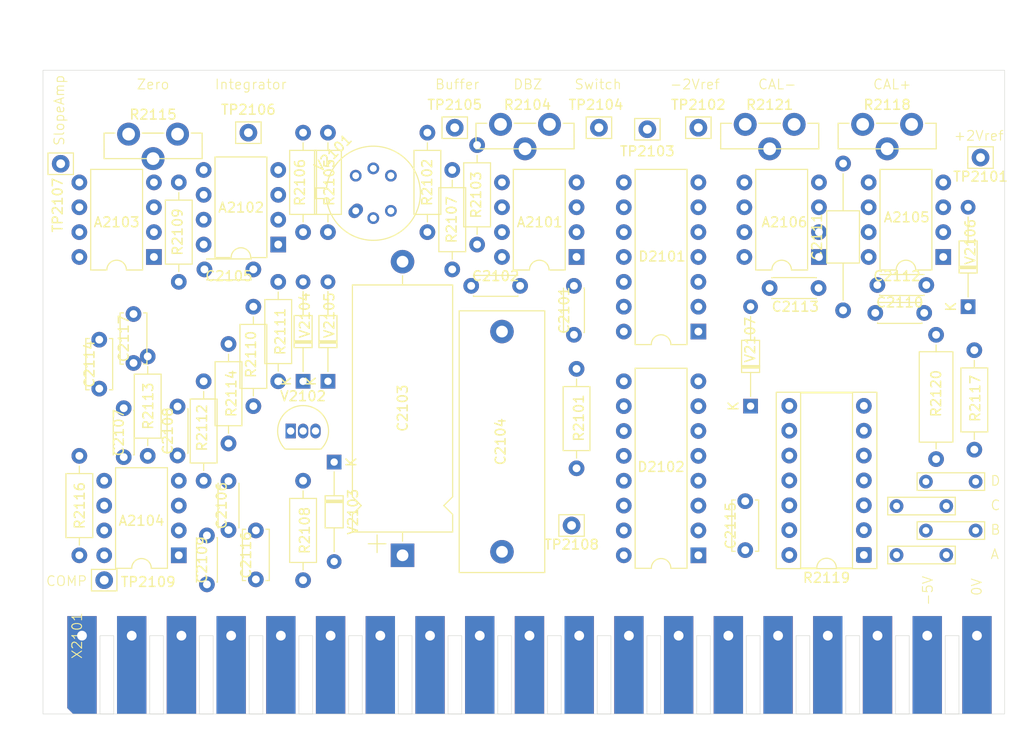
<source format=kicad_pcb>
(kicad_pcb (version 20241229) (generator "pcbnew") (generator_version "9.0")
  (title_block (title "Philips PM2528 - N21 (ADC Analog)") (date "2025-08-06") (rev "1.0") (company "D. Kupers"))
  (layers (0 "F.Cu" signal) (2 "B.Cu" signal) (5 "F.SilkS" user "F.Silkscreen") (7 "B.SilkS" user "B.Silkscreen") (1 "F.Mask" user) (3 "B.Mask" user) (25 "Edge.Cuts" user))
  (net 0 "")
  (net 1 "Net-(A2102-C{slash}B)")
  (net 2 "-15V")
  (net 3 "Net-(A2102-BAL)")
  (net 5 "Net-(A2102-+)")
  (net 6 "Net-(A2102--)")
  (net 7 "-5V")
  (net 8 "Net-(JP2101-A)")
  (net 9 "Net-(JP2102-B)")
  (net 10 "+15V")
  (net 12 "Net-(A2105--)")
  (net 13 "Net-(V2106-A)")
  (net 15 "Net-(A2105-~{DISABLE})")
  (net 16 "Net-(A2105-+)")
  (net 17 "Net-(A2105-LOGIC_REFERENCE)")
  (net 18 "Net-(V2107-A)")
  (net 19 "Net-(A2106-LOGIC_REFERENCE)")
  (net 21 "Net-(A2106-+)")
  (net 22 "Net-(A2106-~{DISABLE})")
  (net 23 "Net-(C2111-Pad1)")
  (net 24 "Net-(D2101-Pad1)")
  (net 25 "Net-(A2101-+)")
  (net 26 "/xAZ")
  (net 27 "/xDN-")
  (net 28 "GND3")
  (net 29 "GND4")
  (net 30 "/xDN+")
  (net 31 "/xUP")
  (net 32 "+5V")
  (net 35 "Net-(JP2104-A)")
  (net 37 "Net-(V2107-K)")
  (net 38 "Net-(A2101--)")
  (net 39 "Net-(A2103-Pad6)")
  (net 40 "Net-(V2102-D)")
  (net 41 "Net-(V2102-G)")
  (net 42 "Net-(V2101-2G)")
  (net 47 "Net-(A2104-+)")
  (net 48 "Net-(A2104--)")
  (net 49 "Net-(A2104-BAL)")
  (net 50 "Net-(R2120-Pad2)")
  (net 51 "Net-(R2103-Pad1)")
  (net 52 "Net-(JP2104-B)")
  (net 53 "Net-(R2114-Pad2)")
  (net 57 "Net-(V2101-1G)")
  (net 58 "Net-(V2101-1D)")
  (net 59 "Net-(A2103--)")
  (net 63 "/+2VRef")
  (net 64 "/UP")
  (net 65 "/AZ")
  (net 66 "/DN-")
  (net 67 "/DN+")
  (net 68 "/INPUT")
  (net 69 "/COMP")
  (net 70 "Net-(JP2103-B)")
  (net 71 "Net-(JP2101-B)")
  (net 72 "Net-(A2102-Pad6)")
  (footprint "Resistor_THT:R_Axial_DIN0207_L6.3mm_D2.5mm_P10.16mm_Horizontal" (layer "F.Cu") (at 131.826 80.01 90)
    (property "Reference" "R2106" (at 5.08 -0.326 90) (layer "F.SilkS"))
    (property "Value" "21M1")
    (pad "1" thru_hole circle (at 0 0 90) (size 1.6 1.6) (drill 0.8) (layers "*.Cu" "*.Mask") (net 5 "Net-(A2102-+)"))
    (pad "2" thru_hole oval (at 10.16 0 90) (size 1.6 1.6) (drill 0.8) (layers "*.Cu" "*.Mask") (net 2 "-15V"))
  )
  (footprint "Resistor_THT:R_Axial_DIN0207_L6.3mm_D2.5mm_P10.16mm_Horizontal" (layer "F.Cu") (at 134.366 80.01 90)
    (property "Reference" "R2105" (at 5.08 0.134 90) (layer "F.SilkS"))
    (property "Value" "21M1")
    (pad "1" thru_hole circle (at 0 0 90) (size 1.6 1.6) (drill 0.8) (layers "*.Cu" "*.Mask") (net 6 "Net-(A2102--)"))
    (pad "2" thru_hole oval (at 10.16 0 90) (size 1.6 1.6) (drill 0.8) (layers "*.Cu" "*.Mask") (net 2 "-15V"))
  )
  (footprint "Diode_THT:D_DO-34_SOD68_P10.16mm_Horizontal" (layer "F.Cu") (at 135.001 103.505 -90)
    (property "Reference" "V2103" (at 5.08 -1.92 90) (layer "F.SilkS"))
    (property "Value" "BAW62")
    (fp_text user "K" (at 0 -1.75 90) (layer "F.SilkS"))
    (pad "1" thru_hole rect (at 0 0 270) (size 1.5 1.5) (drill 0.75) (layers "*.Cu" "*.Mask") (net 26 "/xAZ"))
    (pad "2" thru_hole oval (at 10.16 0 270) (size 1.5 1.5) (drill 0.75) (layers "*.Cu" "*.Mask") (net 41 "Net-(V2102-G)"))
  )
  (footprint "Connector_Pin:Pin_D0.9mm_L10.0mm_W2.4mm_FlatFork" (layer "F.Cu") (at 111.506 115.57)
    (property "Reference" "TP2109" (at 4.494 0.18 0) (layer "F.SilkS"))
    (property "Value" "Comp")
    (pad "1" thru_hole circle (at 0 0) (size 1.8 1.8) (drill 0.9) (layers "*.Cu" "*.Mask") (net 69 "/COMP"))
  )
  (footprint "Package_DIP:DIP-14_W7.62mm" (layer "F.Cu") (at 172.212 90.17 180)
    (property "Reference" "D2101" (at 3.712 7.67 0) (layer "F.SilkS"))
    (property "Value" "HEF4066")
    (pad "1" thru_hole rect (at 0 0 180) (size 1.6 1.6) (drill 0.8) (layers "*.Cu" "*.Mask") (net 24 "Net-(D2101-Pad1)"))
    (pad "2" thru_hole oval (at 0 2.54 180) (size 1.6 1.6) (drill 0.8) (layers "*.Cu" "*.Mask") (net 25 "Net-(A2101-+)"))
    (pad "3" thru_hole oval (at 0 5.08 180) (size 1.6 1.6) (drill 0.8) (layers "*.Cu" "*.Mask") (net 25 "Net-(A2101-+)"))
    (pad "4" thru_hole oval (at 0 7.62 180) (size 1.6 1.6) (drill 0.8) (layers "*.Cu" "*.Mask") (net 28 "GND3"))
    (pad "5" thru_hole oval (at 0 10.16 180) (size 1.6 1.6) (drill 0.8) (layers "*.Cu" "*.Mask") (net 26 "/xAZ"))
    (pad "6" thru_hole oval (at 0 12.7 180) (size 1.6 1.6) (drill 0.8) (layers "*.Cu" "*.Mask") (net 27 "/xDN-"))
    (pad "7" thru_hole oval (at 0 15.24 180) (size 1.6 1.6) (drill 0.8) (layers "*.Cu" "*.Mask") (net 7 "-5V"))
    (pad "8" thru_hole oval (at 7.62 15.24 180) (size 1.6 1.6) (drill 0.8) (layers "*.Cu" "*.Mask") (net 23 "Net-(C2111-Pad1)"))
    (pad "9" thru_hole oval (at 7.62 12.7 180) (size 1.6 1.6) (drill 0.8) (layers "*.Cu" "*.Mask") (net 25 "Net-(A2101-+)"))
    (pad "10" thru_hole oval (at 7.62 10.16 180) (size 1.6 1.6) (drill 0.8) (layers "*.Cu" "*.Mask") (net 25 "Net-(A2101-+)"))
    (pad "11" thru_hole oval (at 7.62 7.62 180) (size 1.6 1.6) (drill 0.8) (layers "*.Cu" "*.Mask") (net 63 "/+2VRef"))
    (pad "12" thru_hole oval (at 7.62 5.08 180) (size 1.6 1.6) (drill 0.8) (layers "*.Cu" "*.Mask") (net 30 "/xDN+"))
    (pad "13" thru_hole oval (at 7.62 2.54 180) (size 1.6 1.6) (drill 0.8) (layers "*.Cu" "*.Mask") (net 31 "/xUP"))
    (pad "14" thru_hole oval (at 7.62 0 180) (size 1.6 1.6) (drill 0.8) (layers "*.Cu" "*.Mask") (net 29 "GND4"))
  )
  (footprint "Capacitor_THT:C_Disc_D5.0mm_W2.5mm_P5.00mm" (layer "F.Cu") (at 114.5 93.38 90)
    (property "Reference" "C2117" (at 2.5 -1 90) (layer "F.SilkS"))
    (property "Value" "6u8/25V")
    (pad "1" thru_hole circle (at 0 0 90) (size 1.6 1.6) (drill 0.8) (layers "*.Cu" "*.Mask") (net 29 "GND4"))
    (pad "2" thru_hole circle (at 5 0 90) (size 1.6 1.6) (drill 0.8) (layers "*.Cu" "*.Mask") (net 2 "-15V"))
  )
  (footprint "Connector_Pin:Pin_D0.9mm_L10.0mm_W2.4mm_FlatFork" (layer "F.Cu") (at 159.258 109.982)
    (property "Reference" "TP2108" (at 0 1.95 0) (layer "F.SilkS"))
    (property "Value" "Input")
    (pad "1" thru_hole circle (at 0 0) (size 1.8 1.8) (drill 0.9) (layers "*.Cu" "*.Mask") (net 68 "/INPUT"))
  )
  (footprint "Capacitor_THT:CP_Axial_L25.0mm_D10.0mm_P30.00mm_Horizontal" (layer "F.Cu") (at 141.986 113.03 90)
    (property "Reference" "C2103" (at 15.03 0.014 90) (layer "F.SilkS"))
    (property "Value" "162n/100V")
    (pad "1" thru_hole rect (at 0 0 90) (size 2.4 2.4) (drill 1.2) (layers "*.Cu" "*.Mask") (net 72 "Net-(A2102-Pad6)"))
    (pad "2" thru_hole oval (at 30 0 90) (size 2.4 2.4) (drill 1.2) (layers "*.Cu" "*.Mask") (net 57 "Net-(V2101-1G)"))
  )
  (footprint "Connector_Pin:Pin_D0.9mm_L10.0mm_W2.4mm_FlatFork" (layer "F.Cu") (at 201.041 72.39)
    (property "Reference" "TP2101" (at 0 1.95 0) (layer "F.SilkS"))
    (property "Value" "+2Vref")
    (pad "1" thru_hole circle (at 0 0) (size 1.8 1.8) (drill 0.9) (layers "*.Cu" "*.Mask") (net 63 "/+2VRef"))
  )
  (footprint "Capacitor_THT:C_Disc_D4.3mm_W1.9mm_P5.00mm" (layer "F.Cu") (at 119 102.83 90)
    (property "Reference" "C2108" (at 2.5 -1 90) (layer "F.SilkS"))
    (property "Value" "22n/63V")
    (pad "1" thru_hole circle (at 0 0 90) (size 1.6 1.6) (drill 0.8) (layers "*.Cu" "*.Mask") (net 29 "GND4"))
    (pad "2" thru_hole circle (at 5 0 90) (size 1.6 1.6) (drill 0.8) (layers "*.Cu" "*.Mask") (net 2 "-15V"))
  )
  (footprint "Capacitor_THT:C_Disc_D4.3mm_W1.9mm_P5.00mm" (layer "F.Cu") (at 113.5 103 90)
    (property "Reference" "C2107" (at 2.5 -0.5 90) (layer "F.SilkS"))
    (property "Value" "22n/63V")
    (pad "1" thru_hole circle (at 0 0 90) (size 1.6 1.6) (drill 0.8) (layers "*.Cu" "*.Mask") (net 10 "+15V"))
    (pad "2" thru_hole circle (at 5 0 90) (size 1.6 1.6) (drill 0.8) (layers "*.Cu" "*.Mask") (net 29 "GND4"))
  )
  (footprint "Capacitor_THT:C_Disc_D5.0mm_W2.5mm_P5.00mm" (layer "F.Cu") (at 177 112.5 90)
    (property "Reference" "C2115" (at 2.5 -1.5 90) (layer "F.SilkS"))
    (property "Value" "22u/10V")
    (pad "1" thru_hole circle (at 0 0 90) (size 1.6 1.6) (drill 0.8) (layers "*.Cu" "*.Mask") (net 32 "+5V"))
    (pad "2" thru_hole circle (at 5 0 90) (size 1.6 1.6) (drill 0.8) (layers "*.Cu" "*.Mask") (net 29 "GND4"))
  )
  (footprint "Resistor_THT:R_Axial_DIN0207_L6.3mm_D2.5mm_P10.16mm_Horizontal" (layer "F.Cu") (at 129.286 95.25 90)
    (property "Reference" "R2111" (at 5.08 0.214 90) (layer "F.SilkS"))
    (property "Value" "5k90")
    (pad "1" thru_hole circle (at 0 0 90) (size 1.6 1.6) (drill 0.8) (layers "*.Cu" "*.Mask") (net 40 "Net-(V2102-D)"))
    (pad "2" thru_hole oval (at 10.16 0 90) (size 1.6 1.6) (drill 0.8) (layers "*.Cu" "*.Mask") (net 39 "Net-(A2103-Pad6)"))
  )
  (footprint "Package_DIP:DIP-16_W7.62mm" (layer "F.Cu") (at 172.212 113.03 180)
    (property "Reference" "D2102" (at 3.81 9.03 0) (layer "F.SilkS"))
    (property "Value" "HEF4104")
    (pad "1" thru_hole rect (at 0 0 180) (size 1.6 1.6) (drill 0.8) (layers "*.Cu" "*.Mask") (net 32 "+5V"))
    (pad "2" thru_hole oval (at 0 2.54 180) (size 1.6 1.6) (drill 0.8) (layers "*.Cu" "*.Mask"))
    (pad "3" thru_hole oval (at 0 5.08 180) (size 1.6 1.6) (drill 0.8) (layers "*.Cu" "*.Mask") (net 27 "/xDN-"))
    (pad "4" thru_hole oval (at 0 7.62 180) (size 1.6 1.6) (drill 0.8) (layers "*.Cu" "*.Mask") (net 66 "/DN-"))
    (pad "5" thru_hole oval (at 0 10.16 180) (size 1.6 1.6) (drill 0.8) (layers "*.Cu" "*.Mask") (net 65 "/AZ"))
    (pad "6" thru_hole oval (at 0 12.7 180) (size 1.6 1.6) (drill 0.8) (layers "*.Cu" "*.Mask") (net 26 "/xAZ"))
    (pad "7" thru_hole oval (at 0 15.24 180) (size 1.6 1.6) (drill 0.8) (layers "*.Cu" "*.Mask"))
    (pad "8" thru_hole oval (at 0 17.78 180) (size 1.6 1.6) (drill 0.8) (layers "*.Cu" "*.Mask") (net 7 "-5V"))
    (pad "9" thru_hole oval (at 7.62 17.78 180) (size 1.6 1.6) (drill 0.8) (layers "*.Cu" "*.Mask"))
    (pad "10" thru_hole oval (at 7.62 15.24 180) (size 1.6 1.6) (drill 0.8) (layers "*.Cu" "*.Mask") (net 31 "/xUP"))
    (pad "11" thru_hole oval (at 7.62 12.7 180) (size 1.6 1.6) (drill 0.8) (layers "*.Cu" "*.Mask") (net 64 "/UP"))
    (pad "12" thru_hole oval (at 7.62 10.16 180) (size 1.6 1.6) (drill 0.8) (layers "*.Cu" "*.Mask") (net 67 "/DN+"))
    (pad "13" thru_hole oval (at 7.62 7.62 180) (size 1.6 1.6) (drill 0.8) (layers "*.Cu" "*.Mask") (net 30 "/xDN+"))
    (pad "14" thru_hole oval (at 7.62 5.08 180) (size 1.6 1.6) (drill 0.8) (layers "*.Cu" "*.Mask"))
    (pad "15" thru_hole oval (at 7.62 2.54 180) (size 1.6 1.6) (drill 0.8) (layers "*.Cu" "*.Mask") (net 28 "GND3"))
    (pad "16" thru_hole oval (at 7.62 0 180) (size 1.6 1.6) (drill 0.8) (layers "*.Cu" "*.Mask") (net 28 "GND3"))
  )
  (footprint "Capacitor_THT:C_Disc_D4.3mm_W1.9mm_P5.00mm" (layer "F.Cu") (at 179.491 85.725)
    (property "Reference" "C2113" (at 2.627 1.905 0) (layer "F.SilkS"))
    (property "Value" "33p/100V")
    (pad "1" thru_hole circle (at 0 0) (size 1.6 1.6) (drill 0.8) (layers "*.Cu" "*.Mask") (net 22 "Net-(A2106-~{DISABLE})"))
    (pad "2" thru_hole circle (at 5 0) (size 1.6 1.6) (drill 0.8) (layers "*.Cu" "*.Mask") (net 19 "Net-(A2106-LOGIC_REFERENCE)"))
  )
  (footprint "Connector_Pin:Pin_D0.9mm_L10.0mm_W2.4mm_FlatFork" (layer "F.Cu") (at 172.212 69.342)
    (property "Reference" "TP2102" (at 0 -2.342 0) (layer "F.SilkS"))
    (property "Value" "-2Vref")
    (pad "1" thru_hole circle (at 0 0) (size 1.8 1.8) (drill 0.9) (layers "*.Cu" "*.Mask") (net 23 "Net-(C2111-Pad1)"))
  )
  (footprint "PM2528:Trimmer vertical" (layer "F.Cu") (at 119 70 -90)
    (property "Reference" "R2115" (at -2 2.5 0) (layer "F.SilkS"))
    (property "Value" "47k")
    (pad "1" thru_hole circle (at 0 0 270) (size 2.34 2.34) (drill 1.3) (layers "*.Cu" "*.Mask") (net 10 "+15V"))
    (pad "2" thru_hole circle (at 2.5 2.5 270) (size 2.34 2.34) (drill 1.3) (layers "*.Cu" "*.Mask") (net 53 "Net-(R2114-Pad2)"))
    (pad "3" thru_hole circle (at 0 5 270) (size 2.34 2.34) (drill 1.3) (layers "*.Cu" "*.Mask") (net 2 "-15V"))
  )
  (footprint "Resistor_THT:R_Axial_DIN0207_L6.3mm_D2.5mm_P10.16mm_Horizontal" (layer "F.Cu") (at 119.126 85.09 90)
    (property "Reference" "R2109" (at 5.09 -0.126 90) (layer "F.SilkS"))
    (property "Value" "5k9")
    (pad "1" thru_hole circle (at 0 0 90) (size 1.6 1.6) (drill 0.8) (layers "*.Cu" "*.Mask") (net 72 "Net-(A2102-Pad6)"))
    (pad "2" thru_hole oval (at 10.16 0 90) (size 1.6 1.6) (drill 0.8) (layers "*.Cu" "*.Mask") (net 59 "Net-(A2103--)"))
  )
  (footprint "Resistor_THT:R_Axial_DIN0207_L6.3mm_D2.5mm_P10.16mm_Horizontal" (layer "F.Cu") (at 108.966 113.03 90)
    (property "Reference" "R2116" (at 5.08 0.034 90) (layer "F.SilkS"))
    (property "Value" "1k05")
    (pad "1" thru_hole circle (at 0 0 90) (size 1.6 1.6) (drill 0.8) (layers "*.Cu" "*.Mask") (net 29 "GND4"))
    (pad "2" thru_hole oval (at 10.16 0 90) (size 1.6 1.6) (drill 0.8) (layers "*.Cu" "*.Mask") (net 69 "/COMP"))
  )
  (footprint "Resistor_THT:R_Axial_DIN0207_L6.3mm_D2.5mm_P10.16mm_Horizontal" (layer "F.Cu") (at 124.206 101.6 90)
    (property "Reference" "R2114" (at 5.1 0.294 90) (layer "F.SilkS"))
    (property "Value" "442k")
    (pad "1" thru_hole circle (at 0 0 90) (size 1.6 1.6) (drill 0.8) (layers "*.Cu" "*.Mask") (net 47 "Net-(A2104-+)"))
    (pad "2" thru_hole oval (at 10.16 0 90) (size 1.6 1.6) (drill 0.8) (layers "*.Cu" "*.Mask") (net 53 "Net-(R2114-Pad2)"))
  )
  (footprint "Connector_Pin:Pin_D0.9mm_L10.0mm_W2.4mm_FlatFork" (layer "F.Cu") (at 107.061 73.025)
    (property "Reference" "TP2107" (at -0.311 4.225 90) (layer "F.SilkS"))
    (property "Value" "Slope Amp")
    (pad "1" thru_hole circle (at 0 0) (size 1.8 1.8) (drill 0.9) (layers "*.Cu" "*.Mask") (net 39 "Net-(A2103-Pad6)"))
  )
  (footprint "Capacitor_THT:C_Axial_L5.1mm_D3.1mm_P15.00mm_Horizontal" (layer "F.Cu") (at 187 88 90)
    (property "Reference" "C2111" (at 7.5 -2.67 90) (layer "F.SilkS"))
    (property "Value" "4n22/63V")
    (pad "1" thru_hole circle (at 0 0 90) (size 1.6 1.6) (drill 0.8) (layers "*.Cu" "*.Mask") (net 23 "Net-(C2111-Pad1)"))
    (pad "2" thru_hole circle (at 15 0 90) (size 1.6 1.6) (drill 0.8) (layers "*.Cu" "*.Mask") (net 28 "GND3"))
  )
  (footprint "Capacitor_THT:C_Disc_D4.3mm_W1.9mm_P5.00mm" (layer "F.Cu") (at 159.5 90.5 90)
    (property "Reference" "C2101" (at 2.5 -1 90) (layer "F.SilkS"))
    (property "Value" "10n/100V")
    (pad "1" thru_hole circle (at 0 0 90) (size 1.6 1.6) (drill 0.8) (layers "*.Cu" "*.Mask") (net 29 "GND4"))
    (pad "2" thru_hole circle (at 5 0 90) (size 1.6 1.6) (drill 0.8) (layers "*.Cu" "*.Mask") (net 10 "+15V"))
  )
  (footprint "Package_DIP:DIP-8_W7.62mm" (layer "F.Cu") (at 119.126 113.03 180)
    (property "Reference" "A2104" (at 3.81 3.53 0) (layer "F.SilkS"))
    (property "Value" "LM311N")
    (pad "1" thru_hole rect (at 0 0 180) (size 1.6 1.6) (drill 0.8) (layers "*.Cu" "*.Mask") (net 7 "-5V"))
    (pad "2" thru_hole oval (at 0 2.54 180) (size 1.6 1.6) (drill 0.8) (layers "*.Cu" "*.Mask") (net 47 "Net-(A2104-+)"))
    (pad "3" thru_hole oval (at 0 5.08 180) (size 1.6 1.6) (drill 0.8) (layers "*.Cu" "*.Mask") (net 48 "Net-(A2104--)"))
    (pad "4" thru_hole oval (at 0 7.62 180) (size 1.6 1.6) (drill 0.8) (layers "*.Cu" "*.Mask") (net 2 "-15V"))
    (pad "5" thru_hole oval (at 7.62 7.62 180) (size 1.6 1.6) (drill 0.8) (layers "*.Cu" "*.Mask") (net 49 "Net-(A2104-BAL)"))
    (pad "6" thru_hole oval (at 7.62 5.08 180) (size 1.6 1.6) (drill 0.8) (layers "*.Cu" "*.Mask") (net 49 "Net-(A2104-BAL)"))
    (pad "7" thru_hole oval (at 7.62 2.54 180) (size 1.6 1.6) (drill 0.8) (layers "*.Cu" "*.Mask") (net 69 "/COMP"))
    (pad "8" thru_hole oval (at 7.62 0 180) (size 1.6 1.6) (drill 0.8) (layers "*.Cu" "*.Mask") (net 10 "+15V"))
  )
  (footprint "Diode_THT:D_DO-34_SOD68_P10.16mm_Horizontal" (layer "F.Cu") (at 199.771 87.63 90)
    (property "Reference" "V2106" (at 6.63 0.229 90) (layer "F.SilkS"))
    (property "Value" "BAW62")
    (fp_text user "K" (at 0 -1.75 90) (layer "F.SilkS"))
    (pad "1" thru_hole rect (at 0 0 90) (size 1.5 1.5) (drill 0.75) (layers "*.Cu" "*.Mask") (net 63 "/+2VRef"))
    (pad "2" thru_hole oval (at 10.16 0 90) (size 1.5 1.5) (drill 0.75) (layers "*.Cu" "*.Mask") (net 13 "Net-(V2106-A)"))
  )
  (footprint "Resistor_THT:R_Axial_DIN0207_L6.3mm_D2.5mm_P10.16mm_Horizontal" (layer "F.Cu") (at 159.766 104.14 90)
    (property "Reference" "R2101" (at 5.14 0.234 90) (layer "F.SilkS"))
    (property "Value" "8k66")
    (pad "1" thru_hole circle (at 0 0 90) (size 1.6 1.6) (drill 0.8) (layers "*.Cu" "*.Mask") (net 68 "/INPUT"))
    (pad "2" thru_hole oval (at 10.16 0 90) (size 1.6 1.6) (drill 0.8) (layers "*.Cu" "*.Mask") (net 24 "Net-(D2101-Pad1)"))
  )
  (footprint "PM2528:Trimmer vertical" (layer "F.Cu") (at 157 69 -90)
    (property "Reference" "R2104" (at -2 2.25 0) (layer "F.SilkS"))
    (property "Value" "680k")
    (pad "1" thru_hole circle (at 0 0 270) (size 2.34 2.34) (drill 1.3) (layers "*.Cu" "*.Mask") (net 47 "Net-(A2104-+)"))
    (pad "2" thru_hole circle (at 2.5 2.5 270) (size 2.34 2.34) (drill 1.3) (layers "*.Cu" "*.Mask") (net 47 "Net-(A2104-+)"))
    (pad "3" thru_hole circle (at 0 5 270) (size 2.34 2.34) (drill 1.3) (layers "*.Cu" "*.Mask") (net 51 "Net-(R2103-Pad1)"))
  )
  (footprint "Connector_Pin:Pin_D0.9mm_L10.0mm_W2.4mm_FlatFork" (layer "F.Cu") (at 167 69.5)
    (property "Reference" "TP2103" (at 0 2.25 0) (layer "F.SilkS"))
    (property "Value" "0Vref")
    (pad "1" thru_hole circle (at 0 0) (size 1.8 1.8) (drill 0.9) (layers "*.Cu" "*.Mask") (net 28 "GND3"))
  )
  (footprint "Resistor_THT:R_Axial_DIN0207_L6.3mm_D2.5mm_P10.16mm_Horizontal" (layer "F.Cu") (at 144.526 80.01 90)
    (property "Reference" "R2102" (at 5.08 -0.026 90) (layer "F.SilkS"))
    (property "Value" "140k")
    (pad "1" thru_hole circle (at 0 0 90) (size 1.6 1.6) (drill 0.8) (layers "*.Cu" "*.Mask") (net 57 "Net-(V2101-1G)"))
    (pad "2" thru_hole oval (at 10.16 0 90) (size 1.6 1.6) (drill 0.8) (layers "*.Cu" "*.Mask") (net 38 "Net-(A2101--)"))
  )
  (footprint "Package_DIP:DIP-8_W7.62mm" (layer "F.Cu") (at 129.286 81.28 180)
    (property "Reference" "A2102" (at 3.786 3.78 0) (layer "F.SilkS"))
    (property "Value" "LM201AN")
    (pad "1" thru_hole rect (at 0 0 180) (size 1.6 1.6) (drill 0.8) (layers "*.Cu" "*.Mask") (net 3 "Net-(A2102-BAL)"))
    (pad "2" thru_hole oval (at 0 2.54 180) (size 1.6 1.6) (drill 0.8) (layers "*.Cu" "*.Mask") (net 6 "Net-(A2102--)"))
    (pad "3" thru_hole oval (at 0 5.08 180) (size 1.6 1.6) (drill 0.8) (layers "*.Cu" "*.Mask") (net 5 "Net-(A2102-+)"))
    (pad "4" thru_hole oval (at 0 7.62 180) (size 1.6 1.6) (drill 0.8) (layers "*.Cu" "*.Mask") (net 2 "-15V"))
    (pad "5" thru_hole oval (at 7.62 7.62 180) (size 1.6 1.6) (drill 0.8) (layers "*.Cu" "*.Mask"))
    (pad "6" thru_hole oval (at 7.62 5.08 180) (size 1.6 1.6) (drill 0.8) (layers "*.Cu" "*.Mask") (net 72 "Net-(A2102-Pad6)"))
    (pad "7" thru_hole oval (at 7.62 2.54 180) (size 1.6 1.6) (drill 0.8) (layers "*.Cu" "*.Mask") (net 10 "+15V"))
    (pad "8" thru_hole oval (at 7.62 0 180) (size 1.6 1.6) (drill 0.8) (layers "*.Cu" "*.Mask") (net 1 "Net-(A2102-C{slash}B)"))
  )
  (footprint "Capacitor_THT:C_Disc_D4.3mm_W1.9mm_P5.00mm" (layer "F.Cu") (at 190.5 85.415)
    (property "Reference" "C2112" (at 2 -0.915 0) (layer "F.SilkS"))
    (property "Value" "33p/100V")
    (pad "1" thru_hole circle (at 0 0) (size 1.6 1.6) (drill 0.8) (layers "*.Cu" "*.Mask") (net 15 "Net-(A2105-~{DISABLE})"))
    (pad "2" thru_hole circle (at 5 0) (size 1.6 1.6) (drill 0.8) (layers "*.Cu" "*.Mask") (net 17 "Net-(A2105-LOGIC_REFERENCE)"))
  )
  (footprint "Package_DIP:DIP-8_W7.62mm" (layer "F.Cu") (at 184.531 82.55 180)
    (property "Reference" "A2106" (at 3.531 3.55 0) (layer "F.SilkS"))
    (property "Value" "LM201AN")
    (pad "1" thru_hole rect (at 0 0 180) (size 1.6 1.6) (drill 0.8) (layers "*.Cu" "*.Mask") (net 19 "Net-(A2106-LOGIC_REFERENCE)"))
    (pad "2" thru_hole oval (at 0 2.54 180) (size 1.6 1.6) (drill 0.8) (layers "*.Cu" "*.Mask") (net 12 "Net-(A2105--)"))
    (pad "3" thru_hole oval (at 0 5.08 180) (size 1.6 1.6) (drill 0.8) (layers "*.Cu" "*.Mask") (net 21 "Net-(A2106-+)"))
    (pad "4" thru_hole oval (at 0 7.62 180) (size 1.6 1.6) (drill 0.8) (layers "*.Cu" "*.Mask") (net 2 "-15V"))
    (pad "5" thru_hole oval (at 7.62 7.62 180) (size 1.6 1.6) (drill 0.8) (layers "*.Cu" "*.Mask"))
    (pad "6" thru_hole oval (at 7.62 5.08 180) (size 1.6 1.6) (drill 0.8) (layers "*.Cu" "*.Mask") (net 18 "Net-(V2107-A)"))
    (pad "7" thru_hole oval (at 7.62 2.54 180) (size 1.6 1.6) (drill 0.8) (layers "*.Cu" "*.Mask") (net 10 "+15V"))
    (pad "8" thru_hole oval (at 7.62 0 180) (size 1.6 1.6) (drill 0.8) (layers "*.Cu" "*.Mask") (net 22 "Net-(A2106-~{DISABLE})"))
  )
  (footprint "Diode_THT:D_DO-34_SOD68_P10.16mm_Horizontal" (layer "F.Cu") (at 131.826 95.25 90)
    (property "Reference" "V2104" (at 6.75 0.174 90) (layer "F.SilkS"))
    (property "Value" "BAW62")
    (fp_text user "K" (at 0 -1.75 90) (layer "F.SilkS"))
    (pad "1" thru_hole rect (at 0 0 90) (size 1.5 1.5) (drill 0.75) (layers "*.Cu" "*.Mask") (net 29 "GND4"))
    (pad "2" thru_hole oval (at 10.16 0 90) (size 1.5 1.5) (drill 0.75) (layers "*.Cu" "*.Mask") (net 40 "Net-(V2102-D)"))
  )
  (footprint "Resistor_THT:R_Axial_DIN0207_L6.3mm_D2.5mm_P10.16mm_Horizontal" (layer "F.Cu") (at 115.951 102.87 90)
    (property "Reference" "R2113" (at 5.08 0.049 90) (layer "F.SilkS"))
    (property "Value" "442")
    (pad "1" thru_hole circle (at 0 0 90) (size 1.6 1.6) (drill 0.8) (layers "*.Cu" "*.Mask") (net 47 "Net-(A2104-+)"))
    (pad "2" thru_hole oval (at 10.16 0 90) (size 1.6 1.6) (drill 0.8) (layers "*.Cu" "*.Mask") (net 28 "GND3"))
  )
  (footprint "Capacitor_THT:C_Disc_D4.3mm_W1.9mm_P5.00mm" (layer "F.Cu") (at 124.206 110.45 90)
    (property "Reference" "C2106" (at 2.5 -0.706 90) (layer "F.SilkS"))
    (property "Value" "220p/500V")
    (pad "1" thru_hole circle (at 0 0 90) (size 1.6 1.6) (drill 0.8) (layers "*.Cu" "*.Mask") (net 48 "Net-(A2104--)"))
    (pad "2" thru_hole circle (at 5 0 90) (size 1.6 1.6) (drill 0.8) (layers "*.Cu" "*.Mask") (net 47 "Net-(A2104-+)"))
  )
  (footprint "Capacitor_THT:C_Disc_D4.3mm_W1.9mm_P5.00mm" (layer "F.Cu") (at 122 116 90)
    (property "Reference" "C2109" (at 2.5 -0.5 90) (layer "F.SilkS"))
    (property "Value" "22n/63V")
    (pad "1" thru_hole circle (at 0 0 90) (size 1.6 1.6) (drill 0.8) (layers "*.Cu" "*.Mask") (net 29 "GND4"))
    (pad "2" thru_hole circle (at 5 0 90) (size 1.6 1.6) (drill 0.8) (layers "*.Cu" "*.Mask") (net 7 "-5V"))
  )
  (footprint "Package_TO_SOT_THT:TO-78-6" (layer "F.Cu") (at 137.203949 77.836051 45)
    (property "Reference" "V2101" (at 2.54 -5.81 45) (layer "F.SilkS"))
    (property "Value" "~")
    (pad "1" thru_hole oval (at 0 0 45) (size 1.6 1.2) (drill 0.7) (layers "*.Cu" "*.Mask") (net 6 "Net-(A2102--)"))
    (pad "2" thru_hole circle (at 0.743949 1.796051 45) (size 1.2 1.2) (drill 0.7) (layers "*.Cu" "*.Mask") (net 58 "Net-(V2101-1D)"))
    (pad "3" thru_hole circle (at 2.54 2.54 45) (size 1.2 1.2) (drill 0.7) (layers "*.Cu" "*.Mask") (net 57 "Net-(V2101-1G)"))
    (pad "4" thru_hole circle (at 5.079999 0 45) (size 1.2 1.2) (drill 0.7) (layers "*.Cu" "*.Mask") (net 5 "Net-(A2102-+)"))
    (pad "5" thru_hole circle (at 4.336051 -1.796051 45) (size 1.2 1.2) (drill 0.7) (layers "*.Cu" "*.Mask") (net 58 "Net-(V2101-1D)"))
    (pad "6" thru_hole circle (at 2.54 -2.54 45) (size 1.2 1.2) (drill 0.7) (layers "*.Cu" "*.Mask") (net 42 "Net-(V2101-2G)"))
  )
  (footprint "Resistor_THT:R_Axial_DIN0207_L6.3mm_D2.5mm_P10.16mm_Horizontal" (layer "F.Cu") (at 149.606 81.28 90)
    (property "Reference" "R2103" (at 5.08 -0.106 90) (layer "F.SilkS"))
    (property "Value" "64k9")
    (pad "1" thru_hole circle (at 0 0 90) (size 1.6 1.6) (drill 0.8) (layers "*.Cu" "*.Mask") (net 51 "Net-(R2103-Pad1)"))
    (pad "2" thru_hole oval (at 10.16 0 90) (size 1.6 1.6) (drill 0.8) (layers "*.Cu" "*.Mask") (net 38 "Net-(A2101--)"))
  )
  (footprint "Resistor_THT:R_Axial_DIN0207_L6.3mm_D2.5mm_P10.16mm_Horizontal" (layer "F.Cu") (at 147.066 83.82 90)
    (property "Reference" "R2107" (at 5.08 -0.066 90) (layer "F.SilkS"))
    (property "Value" "24k9")
    (pad "1" thru_hole circle (at 0 0 90) (size 1.6 1.6) (drill 0.8) (layers "*.Cu" "*.Mask") (net 10 "+15V"))
    (pad "2" thru_hole oval (at 10.16 0 90) (size 1.6 1.6) (drill 0.8) (layers "*.Cu" "*.Mask") (net 58 "Net-(V2101-1D)"))
  )
  (footprint "TestPoint:TestPoint_Bridge_Pitch5.08mm_Drill0.7mm" (layer "F.Cu") (at 195.46 110.5)
    (property "Reference" "JP2102" (hide yes))
    (property "Value" "B")
    (pad "1" thru_hole circle (at 0 0) (size 1.4 1.4) (drill 0.7) (layers "*.Cu" "*.Mask") (net 8 "Net-(JP2101-A)"))
    (pad "1" thru_hole circle (at 5.08 0) (size 1.4 1.4) (drill 0.7) (layers "*.Cu" "*.Mask") (net 8 "Net-(JP2101-A)"))
  )
  (footprint "Resistor_THT:R_Axial_DIN0207_L6.3mm_D2.5mm_P10.16mm_Horizontal" (layer "F.Cu") (at 126.746 97.79 90)
    (property "Reference" "R2110" (at 5.29 -0.246 90) (layer "F.SilkS"))
    (property "Value" "121k")
    (pad "1" thru_hole circle (at 0 0 90) (size 1.6 1.6) (drill 0.8) (layers "*.Cu" "*.Mask") (net 59 "Net-(A2103--)"))
    (pad "2" thru_hole oval (at 10.16 0 90) (size 1.6 1.6) (drill 0.8) (layers "*.Cu" "*.Mask") (net 39 "Net-(A2103-Pad6)"))
  )
  (footprint "Capacitor_THT:C_Disc_D5.0mm_W2.5mm_P5.00mm" (layer "F.Cu") (at 127 115.49 90)
    (property "Reference" "C2116" (at 2.49 -1 90) (layer "F.SilkS"))
    (property "Value" "22u/10V")
    (pad "1" thru_hole circle (at 0 0 90) (size 1.6 1.6) (drill 0.8) (layers "*.Cu" "*.Mask") (net 29 "GND4"))
    (pad "2" thru_hole circle (at 5 0 90) (size 1.6 1.6) (drill 0.8) (layers "*.Cu" "*.Mask") (net 7 "-5V"))
  )
  (footprint "TestPoint:TestPoint_Bridge_Pitch5.08mm_Drill0.7mm" (layer "F.Cu") (at 195.46 105.5)
    (property "Reference" "JP2104" (hide yes))
    (property "Value" "D")
    (pad "1" thru_hole circle (at 0 0) (size 1.4 1.4) (drill 0.7) (layers "*.Cu" "*.Mask") (net 35 "Net-(JP2104-A)"))
    (pad "1" thru_hole circle (at 5.08 0) (size 1.4 1.4) (drill 0.7) (layers "*.Cu" "*.Mask") (net 35 "Net-(JP2104-A)"))
  )
  (footprint "Resistor_THT:R_Axial_DIN0207_L6.3mm_D2.5mm_P10.16mm_Horizontal" (layer "F.Cu") (at 121.666 105.41 90)
    (property "Reference" "R2112" (at 5.41 -0.166 90) (layer "F.SilkS"))
    (property "Value" "442")
    (pad "1" thru_hole circle (at 0 0 90) (size 1.6 1.6) (drill 0.8) (layers "*.Cu" "*.Mask") (net 39 "Net-(A2103-Pad6)"))
    (pad "2" thru_hole oval (at 10.16 0 90) (size 1.6 1.6) (drill 0.8) (layers "*.Cu" "*.Mask") (net 48 "Net-(A2104--)"))
  )
  (footprint "PM2528:PM2528_RiserCardConnector" (layer "F.Cu") (at 109.236 121.24 90)
    (property "Reference" "X2101" (at 0 -0.5 90) (layer "F.SilkS") (effects (font (thickness 0.1))))
    (property "Value" "~")
    (fp_rect (start -8 1.84) (end 0 3.24) (stroke (width 0.05)) (fill no) (layer "Edge.Cuts"))
    (fp_rect (start -8 6.92) (end 0 8.32) (stroke (width 0.05)) (fill no) (layer "Edge.Cuts"))
    (fp_rect (start -8 12) (end 0 13.4) (stroke (width 0.05)) (fill no) (layer "Edge.Cuts"))
    (fp_rect (start -8 17.08) (end 0 18.48) (stroke (width 0.05)) (fill no) (layer "Edge.Cuts"))
    (fp_rect (start -8 22.16) (end 0 23.56) (stroke (width 0.05)) (fill no) (layer "Edge.Cuts"))
    (fp_rect (start -8 27.24) (end 0 28.64) (stroke (width 0.05)) (fill no) (layer "Edge.Cuts"))
    (fp_rect (start -8 32.32) (end 0 33.72) (stroke (width 0.05)) (fill no) (layer "Edge.Cuts"))
    (fp_rect (start -8 37.4) (end 0 38.8) (stroke (width 0.05)) (fill no) (layer "Edge.Cuts"))
    (fp_rect (start -8 42.48) (end 0 43.88) (stroke (width 0.05)) (fill no) (layer "Edge.Cuts"))
    (fp_rect (start -8 47.56) (end 0 48.96) (stroke (width 0.05)) (fill no) (layer "Edge.Cuts"))
    (fp_rect (start -8 52.64) (end 0 54.04) (stroke (width 0.05)) (fill no) (layer "Edge.Cuts"))
    (fp_rect (start -8 57.72) (end 0 59.12) (stroke (width 0.05)) (fill no) (layer "Edge.Cuts"))
    (fp_rect (start -8 62.8) (end 0 64.2) (stroke (width 0.05)) (fill no) (layer "Edge.Cuts"))
    (fp_rect (start -8 67.88) (end 0 69.28) (stroke (width 0.05)) (fill no) (layer "Edge.Cuts"))
    (fp_rect (start -8 72.96) (end 0 74.36) (stroke (width 0.05)) (fill no) (layer "Edge.Cuts"))
    (fp_rect (start -8 78.04) (end 0 79.44) (stroke (width 0.05)) (fill no) (layer "Edge.Cuts"))
    (fp_rect (start -8 83.12) (end 0 84.52) (stroke (width 0.05)) (fill no) (layer "Edge.Cuts"))
    (fp_rect (start -8 88.2) (end 0 89.6) (stroke (width 0.05)) (fill no) (layer "Edge.Cuts"))
    (fp_text user "0V" (at 4 92 90) (layer "F.SilkS") (effects (font (thickness 0.1)) (justify left bottom)))
    (fp_text user "-5V" (at 3 87 90) (layer "F.SilkS") (effects (font (thickness 0.1)) (justify left bottom)))
    (pad "1" thru_hole rect (at 0 91.44 90) (size 10 3) (drill 1 (offset -3 0)) (layers "*.Cu" "*.Mask") (net 29 "GND4"))
    (pad "2" thru_hole rect (at 0 86.36 90) (size 10 3) (drill 1 (offset -3 0)) (layers "*.Cu" "*.Mask") (net 7 "-5V"))
    (pad "3" thru_hole rect (at 0 81.28 90) (size 10 3) (drill 1 (offset -3 0)) (layers "*.Cu" "*.Mask") (net 2 "-15V"))
    (pad "4" thru_hole rect (at 0 76.2 90) (size 10 3) (drill 1 (offset -3 0)) (layers "*.Cu" "*.Mask") (net 10 "+15V"))
    (pad "5" thru_hole rect (at 0 71.12 90) (size 10 3) (drill 1 (offset -3 0)) (layers "*.Cu" "*.Mask") (net 32 "+5V"))
    (pad "6" thru_hole rect (at 0 66.04 90) (size 10 3) (drill 1 (offset -3 0)) (layers "*.Cu" "*.Mask") (net 28 "GND3"))
    (pad "7" thru_hole rect (at 0 60.96 90) (size 10 3) (drill 1 (offset -3 0)) (layers "*.Cu" "*.Mask") (net 63 "/+2VRef"))
    (pad "8" thru_hole rect (at 0 55.88 90) (size 10 3) (drill 1 (offset -3 0)) (layers "*.Cu" "*.Mask") (net 28 "GND3"))
    (pad "9" thru_hole rect (at 0 50.8 90) (size 10 3) (drill 1 (offset -3 0)) (layers "*.Cu" "*.Mask") (net 68 "/INPUT"))
    (pad "10" thru_hole rect (at 0 45.72 90) (size 10 3) (drill 1 (offset -3 0)) (layers "*.Cu" "*.Mask") (net 28 "GND3"))
    (pad "11" thru_hole rect (at 0 40.64 90) (size 10 3) (drill 1 (offset -3 0)) (layers "*.Cu" "*.Mask") (net 66 "/DN-"))
    (pad "12" thru_hole rect (at 0 35.56 90) (size 10 3) (drill 1 (offset -3 0)) (layers "*.Cu" "*.Mask") (net 65 "/AZ"))
    (pad "13" thru_hole rect (at 0 30.48 90) (size 10 3) (drill 1 (offset -3 0)) (layers "*.Cu" "*.Mask") (net 67 "/DN+"))
    (pad "14" thru_hole rect (at 0 25.4 90) (size 10 3) (drill 1 (offset -3 0)) (layers "*.Cu" "*.Mask") (net 64 "/UP"))
    (pad "15" thru_hole rect (at 0 20.32 90) (size 10 3) (drill 1 (offset -3 0)) (layers "*.Cu" "*.Mask"))
    (pad "16" thru_hole rect (at 0 15.24 90) (size 10 3) (drill 1 (offset -3 0)) (layers "*.Cu" "*.Mask"))
    (pad "17" thru_hole rect (at 0 10.16 90) (size 10 3) (drill 1 (offset -3 0)) (layers "*.Cu" "*.Mask"))
    (pad "18" thru_hole rect (at 0 5.08 90) (size 10 3) (drill 1 (offset -3 0)) (layers "*.Cu" "*.Mask") (net 29 "GND4"))
    (pad "19" thru_hole roundrect (at 0 0 90) (size 10 3) (drill 1 (offset -3 0)) (layers "*.Cu" "*.Mask") (roundrect_rratio 0) (chamfer_ratio 0.2) (chamfer top_left) (net 69 "/COMP"))
  )
  (footprint "Package_TO_SOT_THT:TO-92_Inline" (layer "F.Cu") (at 130.556 100.33)
    (property "Reference" "V2102" (at 1.27 -3.56 0) (layer "F.SilkS"))
    (property "Value" "BSV80")
    (pad "1" thru_hole rect (at 0 0) (size 1.05 1.5) (drill 0.75) (layers "*.Cu" "*.Mask") (net 40 "Net-(V2102-D)"))
    (pad "2" thru_hole oval (at 1.27 0) (size 1.05 1.5) (drill 0.75) (layers "*.Cu" "*.Mask") (net 41 "Net-(V2102-G)"))
    (pad "3" thru_hole oval (at 2.54 0) (size 1.05 1.5) (drill 0.75) (layers "*.Cu" "*.Mask") (net 42 "Net-(V2101-2G)"))
  )
  (footprint "Capacitor_THT:C_Disc_D4.3mm_W1.9mm_P5.00mm" (layer "F.Cu") (at 121.746 83.82)
    (property "Reference" "C2105" (at 2.5 0.68 0) (layer "F.SilkS"))
    (property "Value" "33p/100V")
    (pad "1" thru_hole circle (at 0 0) (size 1.6 1.6) (drill 0.8) (layers "*.Cu" "*.Mask") (net 3 "Net-(A2102-BAL)"))
    (pad "2" thru_hole circle (at 5 0) (size 1.6 1.6) (drill 0.8) (layers "*.Cu" "*.Mask") (net 1 "Net-(A2102-C{slash}B)"))
  )
  (footprint "Resistor_THT:R_Axial_DIN0207_L6.3mm_D2.5mm_P10.16mm_Horizontal" (layer "F.Cu") (at 131.826 115.57 90)
    (property "Reference" "R2108" (at 5.08 0.174 90) (layer "F.SilkS"))
    (property "Value" "40k2")
    (pad "1" thru_hole circle (at 0 0 90) (size 1.6 1.6) (drill 0.8) (layers "*.Cu" "*.Mask") (net 41 "Net-(V2102-G)"))
    (pad "2" thru_hole oval (at 10.16 0 90) (size 1.6 1.6) (drill 0.8) (layers "*.Cu" "*.Mask") (net 29 "GND4"))
  )
  (footprint "Capacitor_THT:C_Disc_D5.0mm_W2.5mm_P5.00mm" (layer "F.Cu") (at 111 96 90)
    (property "Reference" "C2114" (at 2.5 -1 90) (layer "F.SilkS"))
    (property "Value" "6u8/25V")
    (pad "1" thru_hole circle (at 0 0 90) (size 1.6 1.6) (drill 0.8) (layers "*.Cu" "*.Mask") (net 10 "+15V"))
    (pad "2" thru_hole circle (at 5 0 90) (size 1.6 1.6) (drill 0.8) (layers "*.Cu" "*.Mask") (net 29 "GND4"))
  )
  (footprint "Package_DIP:DIP-14_W7.62mm_Socket" (layer "F.Cu") (at 189.12 113 180)
    (property "Reference" "R2119" (at 3.81 -2.33 0) (layer "F.SilkS"))
    (property "Value" "OM528")
    (pad "1" thru_hole roundrect (at 0 0 180) (size 1.6 1.6) (drill 0.8) (layers "*.Cu" "*.Mask") (roundrect_rratio 0.15625) (net 71 "Net-(JP2101-B)"))
    (pad "2" thru_hole circle (at 0 2.54 180) (size 1.6 1.6) (drill 0.8) (layers "*.Cu" "*.Mask") (net 9 "Net-(JP2102-B)"))
    (pad "3" thru_hole circle (at 0 5.08 180) (size 1.6 1.6) (drill 0.8) (layers "*.Cu" "*.Mask"))
    (pad "4" thru_hole circle (at 0 7.62 180) (size 1.6 1.6) (drill 0.8) (layers "*.Cu" "*.Mask") (net 12 "Net-(A2105--)"))
    (pad "5" thru_hole circle (at 0 10.16 180) (size 1.6 1.6) (drill 0.8) (layers "*.Cu" "*.Mask") (net 52 "Net-(JP2104-B)"))
    (pad "6" thru_hole circle (at 0 12.7 180) (size 1.6 1.6) (drill 0.8) (layers "*.Cu" "*.Mask") (net 16 "Net-(A2105-+)"))
    (pad "7" thru_hole circle (at 0 15.24 180) (size 1.6 1.6) (drill 0.8) (layers "*.Cu" "*.Mask") (net 37 "Net-(V2107-K)"))
    (pad "8" thru_hole circle (at 7.62 15.24 180) (size 1.6 1.6) (drill 0.8) (layers "*.Cu" "*.Mask") (net 63 "/+2VRef"))
    (pad "9" thru_hole circle (at 7.62 12.7 180) (size 1.6 1.6) (drill 0.8) (layers "*.Cu" "*.Mask") (net 21 "Net-(A2106-+)"))
    (pad "10" thru_hole circle (at 7.62 10.16 180) (size 1.6 1.6) (drill 0.8) (layers "*.Cu" "*.Mask") (net 28 "GND3"))
    (pad "11" thru_hole circle (at 7.62 7.62 180) (size 1.6 1.6) (drill 0.8) (layers "*.Cu" "*.Mask") (net 35 "Net-(JP2104-A)"))
    (pad "12" thru_hole circle (at 7.62 5.08 180) (size 1.6 1.6) (drill 0.8) (layers "*.Cu" "*.Mask") (net 23 "Net-(C2111-Pad1)"))
    (pad "13" thru_hole circle (at 7.62 2.54 180) (size 1.6 1.6) (drill 0.8) (layers "*.Cu" "*.Mask") (net 70 "Net-(JP2103-B)"))
    (pad "14" thru_hole circle (at 7.62 0 180) (size 1.6 1.6) (drill 0.8) (layers "*.Cu" "*.Mask") (net 8 "Net-(JP2101-A)"))
  )
  (footprint "Connector_Pin:Pin_D0.9mm_L10.0mm_W2.4mm_FlatFork" (layer "F.Cu") (at 147.32 69.342)
    (property "Reference" "TP2105" (at 0 -2.342 0) (layer "F.SilkS"))
    (property "Value" "Buffer")
    (pad "1" thru_hole circle (at 0 0) (size 1.8 1.8) (drill 0.9) (layers "*.Cu" "*.Mask") (net 38 "Net-(A2101--)"))
  )
  (footprint "Capacitor_THT:C_Disc_D4.3mm_W1.9mm_P5.00mm" (layer "F.Cu") (at 149 85.5)
    (property "Reference" "C2102" (at 2.5 -1 0) (layer "F.SilkS"))
    (property "Value" "22n/63V")
    (pad "1" thru_hole circle (at 0 0) (size 1.6 1.6) (drill 0.8) (layers "*.Cu" "*.Mask") (net 29 "GND4"))
    (pad "2" thru_hole circle (at 5 0) (size 1.6 1.6) (drill 0.8) (layers "*.Cu" "*.Mask") (net 2 "-15V"))
  )
  (footprint "Package_DIP:DIP-8_W7.62mm" (layer "F.Cu") (at 116.586 82.55 180)
    (property "Reference" "A2103" (at 3.81 3.55 0) (layer "F.SilkS"))
    (property "Value" "LF355H")
    (pad "1" thru_hole rect (at 0 0 180) (size 1.6 1.6) (drill 0.8) (layers "*.Cu" "*.Mask"))
    (pad "2" thru_hole oval (at 0 2.54 180) (size 1.6 1.6) (drill 0.8) (layers "*.Cu" "*.Mask") (net 59 "Net-(A2103--)"))
    (pad "3" thru_hole oval (at 0 5.08 180) (size 1.6 1.6) (drill 0.8) (layers "*.Cu" "*.Mask") (net 28 "GND3"))
    (pad "4" thru_hole oval (at 0 7.62 180) (size 1.6 1.6) (drill 0.8) (layers "*.Cu" "*.Mask") (net 2 "-15V"))
    (pad "5" thru_hole oval (at 7.62 7.62 180) (size 1.6 1.6) (drill 0.8) (layers "*.Cu" "*.Mask"))
    (pad "6" thru_hole oval (at 7.62 5.08 180) (size 1.6 1.6) (drill 0.8) (layers "*.Cu" "*.Mask") (net 39 "Net-(A2103-Pad6)"))
    (pad "7" thru_hole oval (at 7.62 2.54 180) (size 1.6 1.6) (drill 0.8) (layers "*.Cu" "*.Mask") (net 10 "+15V"))
    (pad "8" thru_hole oval (at 7.62 0 180) (size 1.6 1.6) (drill 0.8) (layers "*.Cu" "*.Mask"))
  )
  (footprint "Package_DIP:DIP-8_W7.62mm" (layer "F.Cu") (at 159.766 82.55 180)
    (property "Reference" "A2101" (at 3.766 3.55 0) (layer "F.SilkS"))
    (property "Value" "LF356H")
    (pad "1" thru_hole rect (at 0 0 180) (size 1.6 1.6) (drill 0.8) (layers "*.Cu" "*.Mask"))
    (pad "2" thru_hole oval (at 0 2.54 180) (size 1.6 1.6) (drill 0.8) (layers "*.Cu" "*.Mask") (net 38 "Net-(A2101--)"))
    (pad "3" thru_hole oval (at 0 5.08 180) (size 1.6 1.6) (drill 0.8) (layers "*.Cu" "*.Mask") (net 25 "Net-(A2101-+)"))
    (pad "4" thru_hole oval (at 0 7.62 180) (size 1.6 1.6) (drill 0.8) (layers "*.Cu" "*.Mask") (net 2 "-15V"))
    (pad "5" thru_hole oval (at 7.62 7.62 180) (size 1.6 1.6) (drill 0.8) (layers "*.Cu" "*.Mask"))
    (pad "6" thru_hole oval (at 7.62 5.08 180) (size 1.6 1.6) (drill 0.8) (layers "*.Cu" "*.Mask") (net 38 "Net-(A2101--)"))
    (pad "7" thru_hole oval (at 7.62 2.54 180) (size 1.6 1.6) (drill 0.8) (layers "*.Cu" "*.Mask") (net 10 "+15V"))
    (pad "8" thru_hole oval (at 7.62 0 180) (size 1.6 1.6) (drill 0.8) (layers "*.Cu" "*.Mask"))
  )
  (footprint "Diode_THT:D_DO-34_SOD68_P10.16mm_Horizontal" (layer "F.Cu") (at 177.546 97.79 90)
    (property "Reference" "V2107" (at 6.79 -0.046 90) (layer "F.SilkS"))
    (property "Value" "BZV14")
    (fp_text user "K" (at 0 -1.75 90) (layer "F.SilkS"))
    (pad "1" thru_hole rect (at 0 0 90) (size 1.5 1.5) (drill 0.75) (layers "*.Cu" "*.Mask") (net 37 "Net-(V2107-K)"))
    (pad "2" thru_hole oval (at 10.16 0 90) (size 1.5 1.5) (drill 0.75) (layers "*.Cu" "*.Mask") (net 18 "Net-(V2107-A)"))
  )
  (footprint "PM2528:Trimmer vertical" (layer "F.Cu") (at 194 69 -90)
    (property "Reference" "R2118" (at -2 2.5 0) (layer "F.SilkS"))
    (property "Value" "33")
    (pad "1" thru_hole circle (at 0 0 270) (size 2.34 2.34) (drill 1.3) (layers "*.Cu" "*.Mask") (net 52 "Net-(JP2104-B)"))
    (pad "2" thru_hole circle (at 2.5 2.5 270) (size 2.34 2.34) (drill 1.3) (layers "*.Cu" "*.Mask") (net 63 "/+2VRef"))
    (pad "3" thru_hole circle (at 0 5 270) (size 2.34 2.34) (drill 1.3) (layers "*.Cu" "*.Mask") (net 63 "/+2VRef"))
  )
  (footprint "Resistor_THT:R_Axial_DIN0309_L9.0mm_D3.2mm_P12.70mm_Horizontal" (layer "F.Cu") (at 196.5 103.2 90)
    (property "Reference" "R2120" (at 6.7 0 90) (layer "F.SilkS"))
    (property "Value" "590")
    (pad "1" thru_hole circle (at 0 0 90) (size 1.6 1.6) (drill 0.8) (layers "*.Cu" "*.Mask") (net 71 "Net-(JP2101-B)"))
    (pad "2" thru_hole circle (at 12.7 0 90) (size 1.6 1.6) (drill 0.8) (layers "*.Cu" "*.Mask") (net 50 "Net-(R2120-Pad2)"))
  )
  (footprint "PM2528:Trimmer vertical" (layer "F.Cu") (at 182 69 -90)
    (property "Reference" "R2121" (at -2 2.5 0) (layer "F.SilkS"))
    (property "Value" "100")
    (pad "1" thru_hole circle (at 0 0 270) (size 2.34 2.34) (drill 1.3) (layers "*.Cu" "*.Mask") (net 18 "Net-(V2107-A)"))
    (pad "2" thru_hole circle (at 2.5 2.5 270) (size 2.34 2.34) (drill 1.3) (layers "*.Cu" "*.Mask") (net 18 "Net-(V2107-A)"))
    (pad "3" thru_hole circle (at 0 5 270) (size 2.34 2.34) (drill 1.3) (layers "*.Cu" "*.Mask") (net 50 "Net-(R2120-Pad2)"))
  )
  (footprint "Diode_THT:D_DO-34_SOD68_P10.16mm_Horizontal" (layer "F.Cu") (at 134.366 95.25 90)
    (property "Reference" "V2105" (at 6.75 0.134 90) (layer "F.SilkS"))
    (property "Value" "BAW62")
    (fp_text user "K" (at 0 -1.75 90) (layer "F.SilkS"))
    (pad "1" thru_hole rect (at 0 0 90) (size 1.5 1.5) (drill 0.75) (layers "*.Cu" "*.Mask") (net 40 "Net-(V2102-D)"))
    (pad "2" thru_hole oval (at 10.16 0 90) (size 1.5 1.5) (drill 0.75) (layers "*.Cu" "*.Mask") (net 29 "GND4"))
  )
  (footprint "Capacitor_THT:C_Disc_D4.3mm_W1.9mm_P5.00mm" (layer "F.Cu") (at 190.286 88.265)
    (property "Reference" "C2110" (at 2.5 -1.07 0) (layer "F.SilkS"))
    (property "Value" "4n7/100V")
    (pad "1" thru_hole circle (at 0 0) (size 1.6 1.6) (drill 0.8) (layers "*.Cu" "*.Mask") (net 28 "GND3"))
    (pad "2" thru_hole circle (at 5 0) (size 1.6 1.6) (drill 0.8) (layers "*.Cu" "*.Mask") (net 63 "/+2VRef"))
  )
  (footprint "Package_DIP:DIP-8_W7.62mm" (layer "F.Cu") (at 197.231 82.55 180)
    (property "Reference" "A2105" (at 3.731 4.05 0) (layer "F.SilkS"))
    (property "Value" "LM201AN")
    (pad "1" thru_hole rect (at 0 0 180) (size 1.6 1.6) (drill 0.8) (layers "*.Cu" "*.Mask") (net 17 "Net-(A2105-LOGIC_REFERENCE)"))
    (pad "2" thru_hole oval (at 0 2.54 180) (size 1.6 1.6) (drill 0.8) (layers "*.Cu" "*.Mask") (net 12 "Net-(A2105--)"))
    (pad "3" thru_hole oval (at 0 5.08 180) (size 1.6 1.6) (drill 0.8) (layers "*.Cu" "*.Mask") (net 16 "Net-(A2105-+)"))
    (pad "4" thru_hole oval (at 0 7.62 180) (size 1.6 1.6) (drill 0.8) (layers "*.Cu" "*.Mask") (net 2 "-15V"))
    (pad "5" thru_hole oval (at 7.62 7.62 180) (size 1.6 1.6) (drill 0.8) (layers "*.Cu" "*.Mask"))
    (pad "6" thru_hole oval (at 7.62 5.08 180) (size 1.6 1.6) (drill 0.8) (layers "*.Cu" "*.Mask") (net 13 "Net-(V2106-A)"))
    (pad "7" thru_hole oval (at 7.62 2.54 180) (size 1.6 1.6) (drill 0.8) (layers "*.Cu" "*.Mask") (net 10 "+15V"))
    (pad "8" thru_hole oval (at 7.62 0 180) (size 1.6 1.6) (drill 0.8) (layers "*.Cu" "*.Mask") (net 15 "Net-(A2105-~{DISABLE})"))
  )
  (footprint "TestPoint:TestPoint_Bridge_Pitch5.08mm_Drill0.7mm" (layer "F.Cu") (at 192.46 113)
    (property "Reference" "JP2101" (hide yes))
    (property "Value" "A")
    (pad "1" thru_hole circle (at 0 0) (size 1.4 1.4) (drill 0.7) (layers "*.Cu" "*.Mask") (net 8 "Net-(JP2101-A)"))
    (pad "1" thru_hole circle (at 5.08 0) (size 1.4 1.4) (drill 0.7) (layers "*.Cu" "*.Mask") (net 8 "Net-(JP2101-A)"))
  )
  (footprint "Connector_Pin:Pin_D0.9mm_L10.0mm_W2.4mm_FlatFork" (layer "F.Cu") (at 126.238 69.85)
    (property "Reference" "TP2106" (at 0 -2.35 0) (layer "F.SilkS"))
    (property "Value" "Integrator")
    (pad "1" thru_hole circle (at 0 0) (size 1.8 1.8) (drill 0.9) (layers "*.Cu" "*.Mask") (net 72 "Net-(A2102-Pad6)"))
  )
  (footprint "TestPoint:TestPoint_Bridge_Pitch5.08mm_Drill0.7mm" (layer "F.Cu") (at 192.46 108)
    (property "Reference" "JP2103" (hide yes))
    (property "Value" "C")
    (pad "1" thru_hole circle (at 0 0) (size 1.4 1.4) (drill 0.7) (layers "*.Cu" "*.Mask") (net 9 "Net-(JP2102-B)"))
    (pad "1" thru_hole circle (at 5.08 0) (size 1.4 1.4) (drill 0.7) (layers "*.Cu" "*.Mask") (net 9 "Net-(JP2102-B)"))
  )
  (footprint "Connector_Pin:Pin_D0.9mm_L10.0mm_W2.4mm_FlatFork" (layer "F.Cu") (at 162.052 69.342)
    (property "Reference" "TP2104" (at -0.302 -2.342 0) (layer "F.SilkS"))
    (property "Value" "Switch")
    (pad "1" thru_hole circle (at 0 0) (size 1.8 1.8) (drill 0.9) (layers "*.Cu" "*.Mask") (net 25 "Net-(A2101-+)"))
  )
  (footprint "Capacitor_THT:C_Rect_L26.5mm_W8.5mm_P22.50mm_MKS4" (layer "F.Cu") (at 152.146 112.67 90)
    (property "Reference" "C2104" (at 11.25 -0.146 90) (layer "F.SilkS"))
    (property "Value" "3u3/100V")
    (pad "1" thru_hole circle (at 0 0 90) (size 2.4 2.4) (drill 1.2) (layers "*.Cu" "*.Mask") (net 42 "Net-(V2101-2G)"))
    (pad "2" thru_hole circle (at 22.5 0 90) (size 2.4 2.4) (drill 1.2) (layers "*.Cu" "*.Mask") (net 28 "GND3"))
  )
  (footprint "Resistor_THT:R_Axial_DIN0207_L6.3mm_D2.5mm_P10.16mm_Horizontal" (layer "F.Cu") (at 200.406 102.235 90)
    (property "Reference" "R2117" (at 5.235 0.094 90) (layer "F.SilkS"))
    (property "Value" "8k25")
    (pad "1" thru_hole circle (at 0 0 90) (size 1.6 1.6) (drill 0.8) (layers "*.Cu" "*.Mask") (net 63 "/+2VRef"))
    (pad "2" thru_hole oval (at 10.16 0 90) (size 1.6 1.6) (drill 0.8) (layers "*.Cu" "*.Mask") (net 10 "+15V"))
  )
  (gr_rect (start 105.25 63.47) (end 203.5 129.24) (stroke (width 0.05)) (fill no) (layer "Edge.Cuts"))
  (gr_text "Buffer" (at 145.25 65.5 0) (layer "F.SilkS") (effects (font (size 1 1) (thickness 0.1)) (justify left bottom)))
  (gr_text "D" (at 202 106 0) (layer "F.SilkS") (effects (font (size 1 1) (thickness 0.1)) (justify left bottom)))
  (gr_text "CAL+" (at 190 65.5 0) (layer "F.SilkS") (effects (font (size 1 1) (thickness 0.1)) (justify left bottom)))
  (gr_text "Integrator" (at 122.75 65.5 0) (layer "F.SilkS") (effects (font (size 1 1) (thickness 0.1)) (justify left bottom)))
  (gr_text "+2Vref" (at 198.25 70.75 0) (layer "F.SilkS") (effects (font (size 1 1) (thickness 0.1)) (justify left bottom)))
  (gr_text "COMP" (at 105.5 116.25 0) (layer "F.SilkS") (effects (font (size 1 1) (thickness 0.1)) (justify left bottom)))
  (gr_text "Switch" (at 159.5 65.5 0) (layer "F.SilkS") (effects (font (size 1 1) (thickness 0.1)) (justify left bottom)))
  (gr_text "CAL-" (at 178.25 65.5 0) (layer "F.SilkS") (effects (font (size 1 1) (thickness 0.1)) (justify left bottom)))
  (gr_text "C" (at 202 108.5 0) (layer "F.SilkS") (effects (font (size 1 1) (thickness 0.1)) (justify left bottom)))
  (gr_text "B" (at 202 111 0) (layer "F.SilkS") (effects (font (size 1 1) (thickness 0.1)) (justify left bottom)))
  (gr_text "A" (at 202 113.5 0) (layer "F.SilkS") (effects (font (size 1 1) (thickness 0.1)) (justify left bottom)))
  (gr_text "DBZ" (at 153.25 65.5 0) (layer "F.SilkS") (effects (font (size 1 1) (thickness 0.1)) (justify left bottom)))
  (gr_text "SlopeAmp" (at 107.5 71.25 90) (layer "F.SilkS") (effects (font (size 1 1) (thickness 0.1)) (justify left bottom)))
  (gr_text "-2Vref" (at 169.25 65.5 0) (layer "F.SilkS") (effects (font (size 1 1) (thickness 0.1)) (justify left bottom)))
  (gr_text "Zero" (at 116.5 65.5 0) (layer "F.SilkS") (effects (font (size 1 1) (thickness 0.1)) (justify bottom)))
)
</source>
